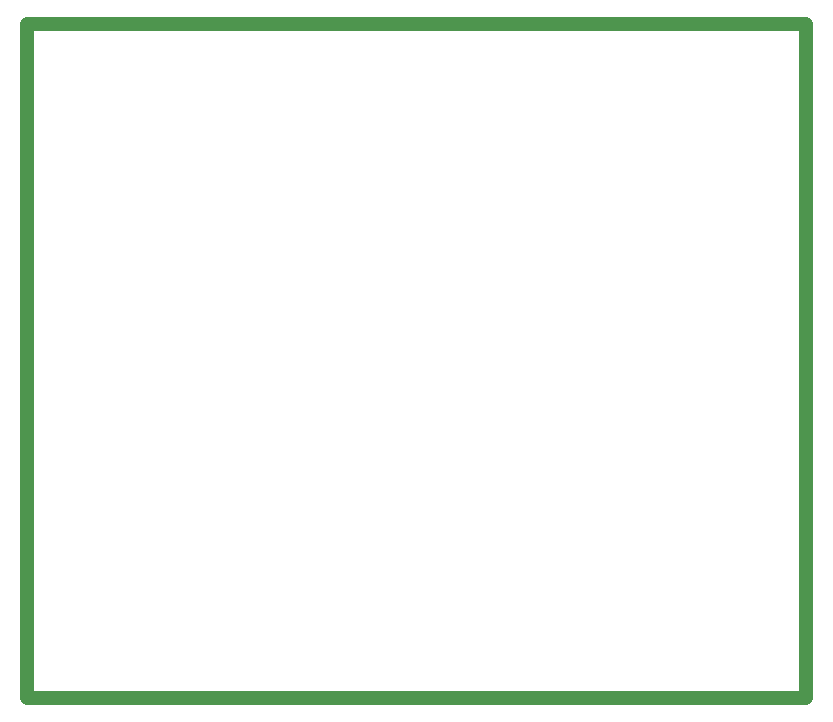
<source format=gko>
G04*
G04 #@! TF.GenerationSoftware,Altium Limited,Altium Designer,20.0.13 (296)*
G04*
G04 Layer_Color=16711935*
%FSLAX25Y25*%
%MOIN*%
G70*
G01*
G75*
%ADD50C,0.04724*%
D50*
X51181Y251969D02*
X311024D01*
X51181Y27559D02*
Y251969D01*
Y27559D02*
X311024D01*
Y251969D01*
M02*

</source>
